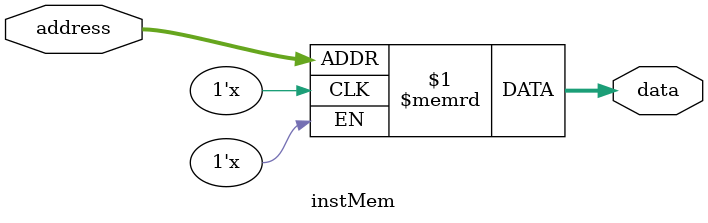
<source format=v>

module instMem (address, data);
input [31:0] address;
output [31:0] data;
           
reg [31:0] mem [4294967295:0];  
      
assign data = mem[address];

//initial begin
//  $readmemb("memory.list", mem); // memory_list is memory file
//end

endmodule

</source>
